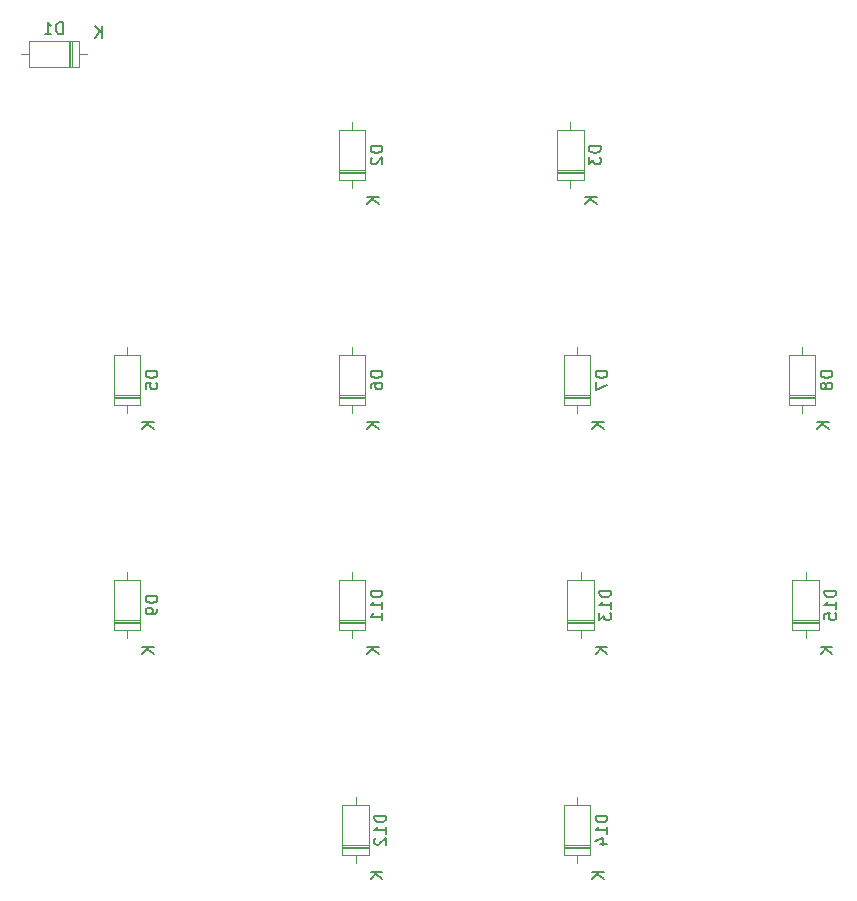
<source format=gbr>
%TF.GenerationSoftware,KiCad,Pcbnew,9.0.6*%
%TF.CreationDate,2025-12-28T20:47:28+01:00*%
%TF.ProjectId,Makropad_v1,4d616b72-6f70-4616-945f-76312e6b6963,rev?*%
%TF.SameCoordinates,Original*%
%TF.FileFunction,Legend,Bot*%
%TF.FilePolarity,Positive*%
%FSLAX46Y46*%
G04 Gerber Fmt 4.6, Leading zero omitted, Abs format (unit mm)*
G04 Created by KiCad (PCBNEW 9.0.6) date 2025-12-28 20:47:28*
%MOMM*%
%LPD*%
G01*
G04 APERTURE LIST*
%ADD10C,0.150000*%
%ADD11C,0.120000*%
G04 APERTURE END LIST*
D10*
X87664819Y-118173214D02*
X86664819Y-118173214D01*
X86664819Y-118173214D02*
X86664819Y-118411309D01*
X86664819Y-118411309D02*
X86712438Y-118554166D01*
X86712438Y-118554166D02*
X86807676Y-118649404D01*
X86807676Y-118649404D02*
X86902914Y-118697023D01*
X86902914Y-118697023D02*
X87093390Y-118744642D01*
X87093390Y-118744642D02*
X87236247Y-118744642D01*
X87236247Y-118744642D02*
X87426723Y-118697023D01*
X87426723Y-118697023D02*
X87521961Y-118649404D01*
X87521961Y-118649404D02*
X87617200Y-118554166D01*
X87617200Y-118554166D02*
X87664819Y-118411309D01*
X87664819Y-118411309D02*
X87664819Y-118173214D01*
X87664819Y-119697023D02*
X87664819Y-119125595D01*
X87664819Y-119411309D02*
X86664819Y-119411309D01*
X86664819Y-119411309D02*
X86807676Y-119316071D01*
X86807676Y-119316071D02*
X86902914Y-119220833D01*
X86902914Y-119220833D02*
X86950533Y-119125595D01*
X86664819Y-120030357D02*
X86664819Y-120649404D01*
X86664819Y-120649404D02*
X87045771Y-120316071D01*
X87045771Y-120316071D02*
X87045771Y-120458928D01*
X87045771Y-120458928D02*
X87093390Y-120554166D01*
X87093390Y-120554166D02*
X87141009Y-120601785D01*
X87141009Y-120601785D02*
X87236247Y-120649404D01*
X87236247Y-120649404D02*
X87474342Y-120649404D01*
X87474342Y-120649404D02*
X87569580Y-120601785D01*
X87569580Y-120601785D02*
X87617200Y-120554166D01*
X87617200Y-120554166D02*
X87664819Y-120458928D01*
X87664819Y-120458928D02*
X87664819Y-120173214D01*
X87664819Y-120173214D02*
X87617200Y-120077976D01*
X87617200Y-120077976D02*
X87569580Y-120030357D01*
X87344819Y-122935595D02*
X86344819Y-122935595D01*
X87344819Y-123507023D02*
X86773390Y-123078452D01*
X86344819Y-123507023D02*
X86916247Y-122935595D01*
X87347319Y-137223214D02*
X86347319Y-137223214D01*
X86347319Y-137223214D02*
X86347319Y-137461309D01*
X86347319Y-137461309D02*
X86394938Y-137604166D01*
X86394938Y-137604166D02*
X86490176Y-137699404D01*
X86490176Y-137699404D02*
X86585414Y-137747023D01*
X86585414Y-137747023D02*
X86775890Y-137794642D01*
X86775890Y-137794642D02*
X86918747Y-137794642D01*
X86918747Y-137794642D02*
X87109223Y-137747023D01*
X87109223Y-137747023D02*
X87204461Y-137699404D01*
X87204461Y-137699404D02*
X87299700Y-137604166D01*
X87299700Y-137604166D02*
X87347319Y-137461309D01*
X87347319Y-137461309D02*
X87347319Y-137223214D01*
X87347319Y-138747023D02*
X87347319Y-138175595D01*
X87347319Y-138461309D02*
X86347319Y-138461309D01*
X86347319Y-138461309D02*
X86490176Y-138366071D01*
X86490176Y-138366071D02*
X86585414Y-138270833D01*
X86585414Y-138270833D02*
X86633033Y-138175595D01*
X86680652Y-139604166D02*
X87347319Y-139604166D01*
X86299700Y-139366071D02*
X87013985Y-139127976D01*
X87013985Y-139127976D02*
X87013985Y-139747023D01*
X87027319Y-141985595D02*
X86027319Y-141985595D01*
X87027319Y-142557023D02*
X86455890Y-142128452D01*
X86027319Y-142557023D02*
X86598747Y-141985595D01*
X68297319Y-99599405D02*
X67297319Y-99599405D01*
X67297319Y-99599405D02*
X67297319Y-99837500D01*
X67297319Y-99837500D02*
X67344938Y-99980357D01*
X67344938Y-99980357D02*
X67440176Y-100075595D01*
X67440176Y-100075595D02*
X67535414Y-100123214D01*
X67535414Y-100123214D02*
X67725890Y-100170833D01*
X67725890Y-100170833D02*
X67868747Y-100170833D01*
X67868747Y-100170833D02*
X68059223Y-100123214D01*
X68059223Y-100123214D02*
X68154461Y-100075595D01*
X68154461Y-100075595D02*
X68249700Y-99980357D01*
X68249700Y-99980357D02*
X68297319Y-99837500D01*
X68297319Y-99837500D02*
X68297319Y-99599405D01*
X67297319Y-101027976D02*
X67297319Y-100837500D01*
X67297319Y-100837500D02*
X67344938Y-100742262D01*
X67344938Y-100742262D02*
X67392557Y-100694643D01*
X67392557Y-100694643D02*
X67535414Y-100599405D01*
X67535414Y-100599405D02*
X67725890Y-100551786D01*
X67725890Y-100551786D02*
X68106842Y-100551786D01*
X68106842Y-100551786D02*
X68202080Y-100599405D01*
X68202080Y-100599405D02*
X68249700Y-100647024D01*
X68249700Y-100647024D02*
X68297319Y-100742262D01*
X68297319Y-100742262D02*
X68297319Y-100932738D01*
X68297319Y-100932738D02*
X68249700Y-101027976D01*
X68249700Y-101027976D02*
X68202080Y-101075595D01*
X68202080Y-101075595D02*
X68106842Y-101123214D01*
X68106842Y-101123214D02*
X67868747Y-101123214D01*
X67868747Y-101123214D02*
X67773509Y-101075595D01*
X67773509Y-101075595D02*
X67725890Y-101027976D01*
X67725890Y-101027976D02*
X67678271Y-100932738D01*
X67678271Y-100932738D02*
X67678271Y-100742262D01*
X67678271Y-100742262D02*
X67725890Y-100647024D01*
X67725890Y-100647024D02*
X67773509Y-100599405D01*
X67773509Y-100599405D02*
X67868747Y-100551786D01*
X67977319Y-103885595D02*
X66977319Y-103885595D01*
X67977319Y-104457023D02*
X67405890Y-104028452D01*
X66977319Y-104457023D02*
X67548747Y-103885595D01*
X86783569Y-80549405D02*
X85783569Y-80549405D01*
X85783569Y-80549405D02*
X85783569Y-80787500D01*
X85783569Y-80787500D02*
X85831188Y-80930357D01*
X85831188Y-80930357D02*
X85926426Y-81025595D01*
X85926426Y-81025595D02*
X86021664Y-81073214D01*
X86021664Y-81073214D02*
X86212140Y-81120833D01*
X86212140Y-81120833D02*
X86354997Y-81120833D01*
X86354997Y-81120833D02*
X86545473Y-81073214D01*
X86545473Y-81073214D02*
X86640711Y-81025595D01*
X86640711Y-81025595D02*
X86735950Y-80930357D01*
X86735950Y-80930357D02*
X86783569Y-80787500D01*
X86783569Y-80787500D02*
X86783569Y-80549405D01*
X85783569Y-81454167D02*
X85783569Y-82073214D01*
X85783569Y-82073214D02*
X86164521Y-81739881D01*
X86164521Y-81739881D02*
X86164521Y-81882738D01*
X86164521Y-81882738D02*
X86212140Y-81977976D01*
X86212140Y-81977976D02*
X86259759Y-82025595D01*
X86259759Y-82025595D02*
X86354997Y-82073214D01*
X86354997Y-82073214D02*
X86593092Y-82073214D01*
X86593092Y-82073214D02*
X86688330Y-82025595D01*
X86688330Y-82025595D02*
X86735950Y-81977976D01*
X86735950Y-81977976D02*
X86783569Y-81882738D01*
X86783569Y-81882738D02*
X86783569Y-81597024D01*
X86783569Y-81597024D02*
X86735950Y-81501786D01*
X86735950Y-81501786D02*
X86688330Y-81454167D01*
X86463569Y-84835595D02*
X85463569Y-84835595D01*
X86463569Y-85407023D02*
X85892140Y-84978452D01*
X85463569Y-85407023D02*
X86034997Y-84835595D01*
X49247319Y-118649405D02*
X48247319Y-118649405D01*
X48247319Y-118649405D02*
X48247319Y-118887500D01*
X48247319Y-118887500D02*
X48294938Y-119030357D01*
X48294938Y-119030357D02*
X48390176Y-119125595D01*
X48390176Y-119125595D02*
X48485414Y-119173214D01*
X48485414Y-119173214D02*
X48675890Y-119220833D01*
X48675890Y-119220833D02*
X48818747Y-119220833D01*
X48818747Y-119220833D02*
X49009223Y-119173214D01*
X49009223Y-119173214D02*
X49104461Y-119125595D01*
X49104461Y-119125595D02*
X49199700Y-119030357D01*
X49199700Y-119030357D02*
X49247319Y-118887500D01*
X49247319Y-118887500D02*
X49247319Y-118649405D01*
X49247319Y-119697024D02*
X49247319Y-119887500D01*
X49247319Y-119887500D02*
X49199700Y-119982738D01*
X49199700Y-119982738D02*
X49152080Y-120030357D01*
X49152080Y-120030357D02*
X49009223Y-120125595D01*
X49009223Y-120125595D02*
X48818747Y-120173214D01*
X48818747Y-120173214D02*
X48437795Y-120173214D01*
X48437795Y-120173214D02*
X48342557Y-120125595D01*
X48342557Y-120125595D02*
X48294938Y-120077976D01*
X48294938Y-120077976D02*
X48247319Y-119982738D01*
X48247319Y-119982738D02*
X48247319Y-119792262D01*
X48247319Y-119792262D02*
X48294938Y-119697024D01*
X48294938Y-119697024D02*
X48342557Y-119649405D01*
X48342557Y-119649405D02*
X48437795Y-119601786D01*
X48437795Y-119601786D02*
X48675890Y-119601786D01*
X48675890Y-119601786D02*
X48771128Y-119649405D01*
X48771128Y-119649405D02*
X48818747Y-119697024D01*
X48818747Y-119697024D02*
X48866366Y-119792262D01*
X48866366Y-119792262D02*
X48866366Y-119982738D01*
X48866366Y-119982738D02*
X48818747Y-120077976D01*
X48818747Y-120077976D02*
X48771128Y-120125595D01*
X48771128Y-120125595D02*
X48675890Y-120173214D01*
X48927319Y-122935595D02*
X47927319Y-122935595D01*
X48927319Y-123507023D02*
X48355890Y-123078452D01*
X47927319Y-123507023D02*
X48498747Y-122935595D01*
X106714819Y-118173214D02*
X105714819Y-118173214D01*
X105714819Y-118173214D02*
X105714819Y-118411309D01*
X105714819Y-118411309D02*
X105762438Y-118554166D01*
X105762438Y-118554166D02*
X105857676Y-118649404D01*
X105857676Y-118649404D02*
X105952914Y-118697023D01*
X105952914Y-118697023D02*
X106143390Y-118744642D01*
X106143390Y-118744642D02*
X106286247Y-118744642D01*
X106286247Y-118744642D02*
X106476723Y-118697023D01*
X106476723Y-118697023D02*
X106571961Y-118649404D01*
X106571961Y-118649404D02*
X106667200Y-118554166D01*
X106667200Y-118554166D02*
X106714819Y-118411309D01*
X106714819Y-118411309D02*
X106714819Y-118173214D01*
X106714819Y-119697023D02*
X106714819Y-119125595D01*
X106714819Y-119411309D02*
X105714819Y-119411309D01*
X105714819Y-119411309D02*
X105857676Y-119316071D01*
X105857676Y-119316071D02*
X105952914Y-119220833D01*
X105952914Y-119220833D02*
X106000533Y-119125595D01*
X105714819Y-120601785D02*
X105714819Y-120125595D01*
X105714819Y-120125595D02*
X106191009Y-120077976D01*
X106191009Y-120077976D02*
X106143390Y-120125595D01*
X106143390Y-120125595D02*
X106095771Y-120220833D01*
X106095771Y-120220833D02*
X106095771Y-120458928D01*
X106095771Y-120458928D02*
X106143390Y-120554166D01*
X106143390Y-120554166D02*
X106191009Y-120601785D01*
X106191009Y-120601785D02*
X106286247Y-120649404D01*
X106286247Y-120649404D02*
X106524342Y-120649404D01*
X106524342Y-120649404D02*
X106619580Y-120601785D01*
X106619580Y-120601785D02*
X106667200Y-120554166D01*
X106667200Y-120554166D02*
X106714819Y-120458928D01*
X106714819Y-120458928D02*
X106714819Y-120220833D01*
X106714819Y-120220833D02*
X106667200Y-120125595D01*
X106667200Y-120125595D02*
X106619580Y-120077976D01*
X106394819Y-122935595D02*
X105394819Y-122935595D01*
X106394819Y-123507023D02*
X105823390Y-123078452D01*
X105394819Y-123507023D02*
X105966247Y-122935595D01*
X68297319Y-80549405D02*
X67297319Y-80549405D01*
X67297319Y-80549405D02*
X67297319Y-80787500D01*
X67297319Y-80787500D02*
X67344938Y-80930357D01*
X67344938Y-80930357D02*
X67440176Y-81025595D01*
X67440176Y-81025595D02*
X67535414Y-81073214D01*
X67535414Y-81073214D02*
X67725890Y-81120833D01*
X67725890Y-81120833D02*
X67868747Y-81120833D01*
X67868747Y-81120833D02*
X68059223Y-81073214D01*
X68059223Y-81073214D02*
X68154461Y-81025595D01*
X68154461Y-81025595D02*
X68249700Y-80930357D01*
X68249700Y-80930357D02*
X68297319Y-80787500D01*
X68297319Y-80787500D02*
X68297319Y-80549405D01*
X67392557Y-81501786D02*
X67344938Y-81549405D01*
X67344938Y-81549405D02*
X67297319Y-81644643D01*
X67297319Y-81644643D02*
X67297319Y-81882738D01*
X67297319Y-81882738D02*
X67344938Y-81977976D01*
X67344938Y-81977976D02*
X67392557Y-82025595D01*
X67392557Y-82025595D02*
X67487795Y-82073214D01*
X67487795Y-82073214D02*
X67583033Y-82073214D01*
X67583033Y-82073214D02*
X67725890Y-82025595D01*
X67725890Y-82025595D02*
X68297319Y-81454167D01*
X68297319Y-81454167D02*
X68297319Y-82073214D01*
X67977319Y-84835595D02*
X66977319Y-84835595D01*
X67977319Y-85407023D02*
X67405890Y-84978452D01*
X66977319Y-85407023D02*
X67548747Y-84835595D01*
X87347319Y-99599405D02*
X86347319Y-99599405D01*
X86347319Y-99599405D02*
X86347319Y-99837500D01*
X86347319Y-99837500D02*
X86394938Y-99980357D01*
X86394938Y-99980357D02*
X86490176Y-100075595D01*
X86490176Y-100075595D02*
X86585414Y-100123214D01*
X86585414Y-100123214D02*
X86775890Y-100170833D01*
X86775890Y-100170833D02*
X86918747Y-100170833D01*
X86918747Y-100170833D02*
X87109223Y-100123214D01*
X87109223Y-100123214D02*
X87204461Y-100075595D01*
X87204461Y-100075595D02*
X87299700Y-99980357D01*
X87299700Y-99980357D02*
X87347319Y-99837500D01*
X87347319Y-99837500D02*
X87347319Y-99599405D01*
X86347319Y-100504167D02*
X86347319Y-101170833D01*
X86347319Y-101170833D02*
X87347319Y-100742262D01*
X87027319Y-103885595D02*
X86027319Y-103885595D01*
X87027319Y-104457023D02*
X86455890Y-104028452D01*
X86027319Y-104457023D02*
X86598747Y-103885595D01*
X106397319Y-99599405D02*
X105397319Y-99599405D01*
X105397319Y-99599405D02*
X105397319Y-99837500D01*
X105397319Y-99837500D02*
X105444938Y-99980357D01*
X105444938Y-99980357D02*
X105540176Y-100075595D01*
X105540176Y-100075595D02*
X105635414Y-100123214D01*
X105635414Y-100123214D02*
X105825890Y-100170833D01*
X105825890Y-100170833D02*
X105968747Y-100170833D01*
X105968747Y-100170833D02*
X106159223Y-100123214D01*
X106159223Y-100123214D02*
X106254461Y-100075595D01*
X106254461Y-100075595D02*
X106349700Y-99980357D01*
X106349700Y-99980357D02*
X106397319Y-99837500D01*
X106397319Y-99837500D02*
X106397319Y-99599405D01*
X105825890Y-100742262D02*
X105778271Y-100647024D01*
X105778271Y-100647024D02*
X105730652Y-100599405D01*
X105730652Y-100599405D02*
X105635414Y-100551786D01*
X105635414Y-100551786D02*
X105587795Y-100551786D01*
X105587795Y-100551786D02*
X105492557Y-100599405D01*
X105492557Y-100599405D02*
X105444938Y-100647024D01*
X105444938Y-100647024D02*
X105397319Y-100742262D01*
X105397319Y-100742262D02*
X105397319Y-100932738D01*
X105397319Y-100932738D02*
X105444938Y-101027976D01*
X105444938Y-101027976D02*
X105492557Y-101075595D01*
X105492557Y-101075595D02*
X105587795Y-101123214D01*
X105587795Y-101123214D02*
X105635414Y-101123214D01*
X105635414Y-101123214D02*
X105730652Y-101075595D01*
X105730652Y-101075595D02*
X105778271Y-101027976D01*
X105778271Y-101027976D02*
X105825890Y-100932738D01*
X105825890Y-100932738D02*
X105825890Y-100742262D01*
X105825890Y-100742262D02*
X105873509Y-100647024D01*
X105873509Y-100647024D02*
X105921128Y-100599405D01*
X105921128Y-100599405D02*
X106016366Y-100551786D01*
X106016366Y-100551786D02*
X106206842Y-100551786D01*
X106206842Y-100551786D02*
X106302080Y-100599405D01*
X106302080Y-100599405D02*
X106349700Y-100647024D01*
X106349700Y-100647024D02*
X106397319Y-100742262D01*
X106397319Y-100742262D02*
X106397319Y-100932738D01*
X106397319Y-100932738D02*
X106349700Y-101027976D01*
X106349700Y-101027976D02*
X106302080Y-101075595D01*
X106302080Y-101075595D02*
X106206842Y-101123214D01*
X106206842Y-101123214D02*
X106016366Y-101123214D01*
X106016366Y-101123214D02*
X105921128Y-101075595D01*
X105921128Y-101075595D02*
X105873509Y-101027976D01*
X105873509Y-101027976D02*
X105825890Y-100932738D01*
X106077319Y-103885595D02*
X105077319Y-103885595D01*
X106077319Y-104457023D02*
X105505890Y-104028452D01*
X105077319Y-104457023D02*
X105648747Y-103885595D01*
X41219344Y-71049819D02*
X41219344Y-70049819D01*
X41219344Y-70049819D02*
X40981249Y-70049819D01*
X40981249Y-70049819D02*
X40838392Y-70097438D01*
X40838392Y-70097438D02*
X40743154Y-70192676D01*
X40743154Y-70192676D02*
X40695535Y-70287914D01*
X40695535Y-70287914D02*
X40647916Y-70478390D01*
X40647916Y-70478390D02*
X40647916Y-70621247D01*
X40647916Y-70621247D02*
X40695535Y-70811723D01*
X40695535Y-70811723D02*
X40743154Y-70906961D01*
X40743154Y-70906961D02*
X40838392Y-71002200D01*
X40838392Y-71002200D02*
X40981249Y-71049819D01*
X40981249Y-71049819D02*
X41219344Y-71049819D01*
X39695535Y-71049819D02*
X40266963Y-71049819D01*
X39981249Y-71049819D02*
X39981249Y-70049819D01*
X39981249Y-70049819D02*
X40076487Y-70192676D01*
X40076487Y-70192676D02*
X40171725Y-70287914D01*
X40171725Y-70287914D02*
X40266963Y-70335533D01*
X44553154Y-71369819D02*
X44553154Y-70369819D01*
X43981726Y-71369819D02*
X44410297Y-70798390D01*
X43981726Y-70369819D02*
X44553154Y-70941247D01*
X49247319Y-99599405D02*
X48247319Y-99599405D01*
X48247319Y-99599405D02*
X48247319Y-99837500D01*
X48247319Y-99837500D02*
X48294938Y-99980357D01*
X48294938Y-99980357D02*
X48390176Y-100075595D01*
X48390176Y-100075595D02*
X48485414Y-100123214D01*
X48485414Y-100123214D02*
X48675890Y-100170833D01*
X48675890Y-100170833D02*
X48818747Y-100170833D01*
X48818747Y-100170833D02*
X49009223Y-100123214D01*
X49009223Y-100123214D02*
X49104461Y-100075595D01*
X49104461Y-100075595D02*
X49199700Y-99980357D01*
X49199700Y-99980357D02*
X49247319Y-99837500D01*
X49247319Y-99837500D02*
X49247319Y-99599405D01*
X48247319Y-101075595D02*
X48247319Y-100599405D01*
X48247319Y-100599405D02*
X48723509Y-100551786D01*
X48723509Y-100551786D02*
X48675890Y-100599405D01*
X48675890Y-100599405D02*
X48628271Y-100694643D01*
X48628271Y-100694643D02*
X48628271Y-100932738D01*
X48628271Y-100932738D02*
X48675890Y-101027976D01*
X48675890Y-101027976D02*
X48723509Y-101075595D01*
X48723509Y-101075595D02*
X48818747Y-101123214D01*
X48818747Y-101123214D02*
X49056842Y-101123214D01*
X49056842Y-101123214D02*
X49152080Y-101075595D01*
X49152080Y-101075595D02*
X49199700Y-101027976D01*
X49199700Y-101027976D02*
X49247319Y-100932738D01*
X49247319Y-100932738D02*
X49247319Y-100694643D01*
X49247319Y-100694643D02*
X49199700Y-100599405D01*
X49199700Y-100599405D02*
X49152080Y-100551786D01*
X48927319Y-103885595D02*
X47927319Y-103885595D01*
X48927319Y-104457023D02*
X48355890Y-104028452D01*
X47927319Y-104457023D02*
X48498747Y-103885595D01*
X68297319Y-118173214D02*
X67297319Y-118173214D01*
X67297319Y-118173214D02*
X67297319Y-118411309D01*
X67297319Y-118411309D02*
X67344938Y-118554166D01*
X67344938Y-118554166D02*
X67440176Y-118649404D01*
X67440176Y-118649404D02*
X67535414Y-118697023D01*
X67535414Y-118697023D02*
X67725890Y-118744642D01*
X67725890Y-118744642D02*
X67868747Y-118744642D01*
X67868747Y-118744642D02*
X68059223Y-118697023D01*
X68059223Y-118697023D02*
X68154461Y-118649404D01*
X68154461Y-118649404D02*
X68249700Y-118554166D01*
X68249700Y-118554166D02*
X68297319Y-118411309D01*
X68297319Y-118411309D02*
X68297319Y-118173214D01*
X68297319Y-119697023D02*
X68297319Y-119125595D01*
X68297319Y-119411309D02*
X67297319Y-119411309D01*
X67297319Y-119411309D02*
X67440176Y-119316071D01*
X67440176Y-119316071D02*
X67535414Y-119220833D01*
X67535414Y-119220833D02*
X67583033Y-119125595D01*
X68297319Y-120649404D02*
X68297319Y-120077976D01*
X68297319Y-120363690D02*
X67297319Y-120363690D01*
X67297319Y-120363690D02*
X67440176Y-120268452D01*
X67440176Y-120268452D02*
X67535414Y-120173214D01*
X67535414Y-120173214D02*
X67583033Y-120077976D01*
X67977319Y-122935595D02*
X66977319Y-122935595D01*
X67977319Y-123507023D02*
X67405890Y-123078452D01*
X66977319Y-123507023D02*
X67548747Y-122935595D01*
X68614819Y-137223214D02*
X67614819Y-137223214D01*
X67614819Y-137223214D02*
X67614819Y-137461309D01*
X67614819Y-137461309D02*
X67662438Y-137604166D01*
X67662438Y-137604166D02*
X67757676Y-137699404D01*
X67757676Y-137699404D02*
X67852914Y-137747023D01*
X67852914Y-137747023D02*
X68043390Y-137794642D01*
X68043390Y-137794642D02*
X68186247Y-137794642D01*
X68186247Y-137794642D02*
X68376723Y-137747023D01*
X68376723Y-137747023D02*
X68471961Y-137699404D01*
X68471961Y-137699404D02*
X68567200Y-137604166D01*
X68567200Y-137604166D02*
X68614819Y-137461309D01*
X68614819Y-137461309D02*
X68614819Y-137223214D01*
X68614819Y-138747023D02*
X68614819Y-138175595D01*
X68614819Y-138461309D02*
X67614819Y-138461309D01*
X67614819Y-138461309D02*
X67757676Y-138366071D01*
X67757676Y-138366071D02*
X67852914Y-138270833D01*
X67852914Y-138270833D02*
X67900533Y-138175595D01*
X67710057Y-139127976D02*
X67662438Y-139175595D01*
X67662438Y-139175595D02*
X67614819Y-139270833D01*
X67614819Y-139270833D02*
X67614819Y-139508928D01*
X67614819Y-139508928D02*
X67662438Y-139604166D01*
X67662438Y-139604166D02*
X67710057Y-139651785D01*
X67710057Y-139651785D02*
X67805295Y-139699404D01*
X67805295Y-139699404D02*
X67900533Y-139699404D01*
X67900533Y-139699404D02*
X68043390Y-139651785D01*
X68043390Y-139651785D02*
X68614819Y-139080357D01*
X68614819Y-139080357D02*
X68614819Y-139699404D01*
X68294819Y-141985595D02*
X67294819Y-141985595D01*
X68294819Y-142557023D02*
X67723390Y-142128452D01*
X67294819Y-142557023D02*
X67866247Y-141985595D01*
D11*
%TO.C,D13*%
X85090000Y-116617500D02*
X85090000Y-117267500D01*
X85090000Y-122157500D02*
X85090000Y-121507500D01*
X86210000Y-120667500D02*
X83970000Y-120667500D01*
X86210000Y-120787500D02*
X83970000Y-120787500D01*
X86210000Y-120907500D02*
X83970000Y-120907500D01*
X86210000Y-121507500D02*
X83970000Y-121507500D01*
X83970000Y-117267500D01*
X86210000Y-117267500D01*
X86210000Y-121507500D01*
%TO.C,D14*%
X84772500Y-135667500D02*
X84772500Y-136317500D01*
X84772500Y-141207500D02*
X84772500Y-140557500D01*
X85892500Y-139717500D02*
X83652500Y-139717500D01*
X85892500Y-139837500D02*
X83652500Y-139837500D01*
X85892500Y-139957500D02*
X83652500Y-139957500D01*
X85892500Y-140557500D02*
X83652500Y-140557500D01*
X83652500Y-136317500D01*
X85892500Y-136317500D01*
X85892500Y-140557500D01*
%TO.C,D6*%
X65722500Y-97567500D02*
X65722500Y-98217500D01*
X65722500Y-103107500D02*
X65722500Y-102457500D01*
X66842500Y-101617500D02*
X64602500Y-101617500D01*
X66842500Y-101737500D02*
X64602500Y-101737500D01*
X66842500Y-101857500D02*
X64602500Y-101857500D01*
X66842500Y-102457500D02*
X64602500Y-102457500D01*
X64602500Y-98217500D01*
X66842500Y-98217500D01*
X66842500Y-102457500D01*
%TO.C,D3*%
X84208750Y-78517500D02*
X84208750Y-79167500D01*
X84208750Y-84057500D02*
X84208750Y-83407500D01*
X85328750Y-82567500D02*
X83088750Y-82567500D01*
X85328750Y-82687500D02*
X83088750Y-82687500D01*
X85328750Y-82807500D02*
X83088750Y-82807500D01*
X85328750Y-83407500D02*
X83088750Y-83407500D01*
X83088750Y-79167500D01*
X85328750Y-79167500D01*
X85328750Y-83407500D01*
%TO.C,D9*%
X46672500Y-116617500D02*
X46672500Y-117267500D01*
X46672500Y-122157500D02*
X46672500Y-121507500D01*
X47792500Y-120667500D02*
X45552500Y-120667500D01*
X47792500Y-120787500D02*
X45552500Y-120787500D01*
X47792500Y-120907500D02*
X45552500Y-120907500D01*
X47792500Y-121507500D02*
X45552500Y-121507500D01*
X45552500Y-117267500D01*
X47792500Y-117267500D01*
X47792500Y-121507500D01*
%TO.C,D15*%
X104140000Y-116617500D02*
X104140000Y-117267500D01*
X104140000Y-122157500D02*
X104140000Y-121507500D01*
X105260000Y-120667500D02*
X103020000Y-120667500D01*
X105260000Y-120787500D02*
X103020000Y-120787500D01*
X105260000Y-120907500D02*
X103020000Y-120907500D01*
X105260000Y-121507500D02*
X103020000Y-121507500D01*
X103020000Y-117267500D01*
X105260000Y-117267500D01*
X105260000Y-121507500D01*
%TO.C,D2*%
X65722500Y-78517500D02*
X65722500Y-79167500D01*
X65722500Y-84057500D02*
X65722500Y-83407500D01*
X66842500Y-82567500D02*
X64602500Y-82567500D01*
X66842500Y-82687500D02*
X64602500Y-82687500D01*
X66842500Y-82807500D02*
X64602500Y-82807500D01*
X66842500Y-83407500D02*
X64602500Y-83407500D01*
X64602500Y-79167500D01*
X66842500Y-79167500D01*
X66842500Y-83407500D01*
%TO.C,D7*%
X84772500Y-97567500D02*
X84772500Y-98217500D01*
X84772500Y-103107500D02*
X84772500Y-102457500D01*
X85892500Y-101617500D02*
X83652500Y-101617500D01*
X85892500Y-101737500D02*
X83652500Y-101737500D01*
X85892500Y-101857500D02*
X83652500Y-101857500D01*
X85892500Y-102457500D02*
X83652500Y-102457500D01*
X83652500Y-98217500D01*
X85892500Y-98217500D01*
X85892500Y-102457500D01*
%TO.C,D8*%
X103822500Y-97567500D02*
X103822500Y-98217500D01*
X103822500Y-103107500D02*
X103822500Y-102457500D01*
X104942500Y-101617500D02*
X102702500Y-101617500D01*
X104942500Y-101737500D02*
X102702500Y-101737500D01*
X104942500Y-101857500D02*
X102702500Y-101857500D01*
X104942500Y-102457500D02*
X102702500Y-102457500D01*
X102702500Y-98217500D01*
X104942500Y-98217500D01*
X104942500Y-102457500D01*
%TO.C,D1*%
X37711250Y-72715000D02*
X38361250Y-72715000D01*
X41761250Y-71595000D02*
X41761250Y-73835000D01*
X41881250Y-71595000D02*
X41881250Y-73835000D01*
X42001250Y-71595000D02*
X42001250Y-73835000D01*
X43251250Y-72715000D02*
X42601250Y-72715000D01*
X42601250Y-71595000D02*
X38361250Y-71595000D01*
X38361250Y-73835000D01*
X42601250Y-73835000D01*
X42601250Y-71595000D01*
%TO.C,D5*%
X46672500Y-97567500D02*
X46672500Y-98217500D01*
X46672500Y-103107500D02*
X46672500Y-102457500D01*
X47792500Y-101617500D02*
X45552500Y-101617500D01*
X47792500Y-101737500D02*
X45552500Y-101737500D01*
X47792500Y-101857500D02*
X45552500Y-101857500D01*
X47792500Y-102457500D02*
X45552500Y-102457500D01*
X45552500Y-98217500D01*
X47792500Y-98217500D01*
X47792500Y-102457500D01*
%TO.C,D11*%
X65722500Y-116617500D02*
X65722500Y-117267500D01*
X65722500Y-122157500D02*
X65722500Y-121507500D01*
X66842500Y-120667500D02*
X64602500Y-120667500D01*
X66842500Y-120787500D02*
X64602500Y-120787500D01*
X66842500Y-120907500D02*
X64602500Y-120907500D01*
X66842500Y-121507500D02*
X64602500Y-121507500D01*
X64602500Y-117267500D01*
X66842500Y-117267500D01*
X66842500Y-121507500D01*
%TO.C,D12*%
X66040000Y-135667500D02*
X66040000Y-136317500D01*
X66040000Y-141207500D02*
X66040000Y-140557500D01*
X67160000Y-139717500D02*
X64920000Y-139717500D01*
X67160000Y-139837500D02*
X64920000Y-139837500D01*
X67160000Y-139957500D02*
X64920000Y-139957500D01*
X67160000Y-140557500D02*
X64920000Y-140557500D01*
X64920000Y-136317500D01*
X67160000Y-136317500D01*
X67160000Y-140557500D01*
%TD*%
M02*

</source>
